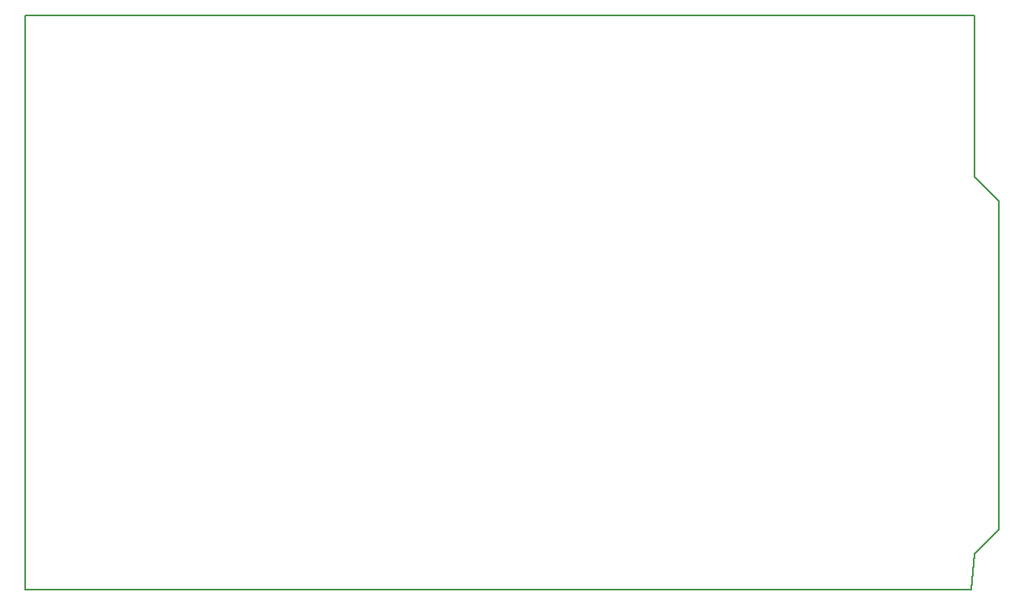
<source format=gbr>
%TF.GenerationSoftware,KiCad,Pcbnew,9.0.6*%
%TF.CreationDate,2025-12-21T23:53:10+02:00*%
%TF.ProjectId,Embedded_pcb,456d6265-6464-4656-945f-7063622e6b69,rev?*%
%TF.SameCoordinates,Original*%
%TF.FileFunction,Profile,NP*%
%FSLAX46Y46*%
G04 Gerber Fmt 4.6, Leading zero omitted, Abs format (unit mm)*
G04 Created by KiCad (PCBNEW 9.0.6) date 2025-12-21 23:53:10*
%MOMM*%
%LPD*%
G01*
G04 APERTURE LIST*
%TA.AperFunction,Profile*%
%ADD10C,0.150000*%
%TD*%
G04 APERTURE END LIST*
D10*
X199060000Y-59360000D02*
X201600000Y-61900000D01*
X100000000Y-102500000D02*
X100000000Y-42500000D01*
X201600000Y-61900000D02*
X201600000Y-96190000D01*
X198768000Y-102500000D02*
X100000000Y-102500000D01*
X100000000Y-42500000D02*
X199060000Y-42500000D01*
X201600000Y-96190000D02*
X199060000Y-98730000D01*
X199060000Y-42500000D02*
X199060000Y-59360000D01*
X199060000Y-98730000D02*
X198768000Y-102500000D01*
M02*

</source>
